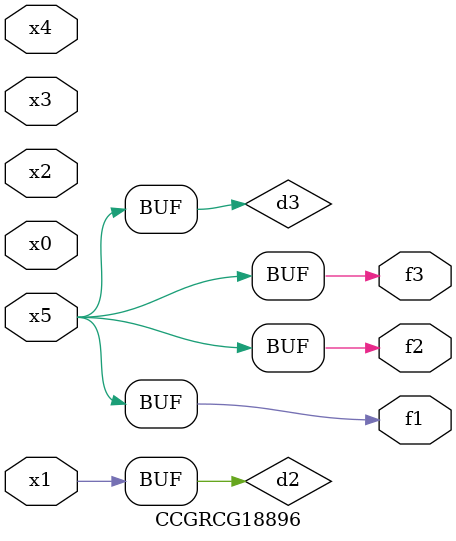
<source format=v>
module CCGRCG18896(
	input x0, x1, x2, x3, x4, x5,
	output f1, f2, f3
);

	wire d1, d2, d3;

	not (d1, x5);
	or (d2, x1);
	xnor (d3, d1);
	assign f1 = d3;
	assign f2 = d3;
	assign f3 = d3;
endmodule

</source>
